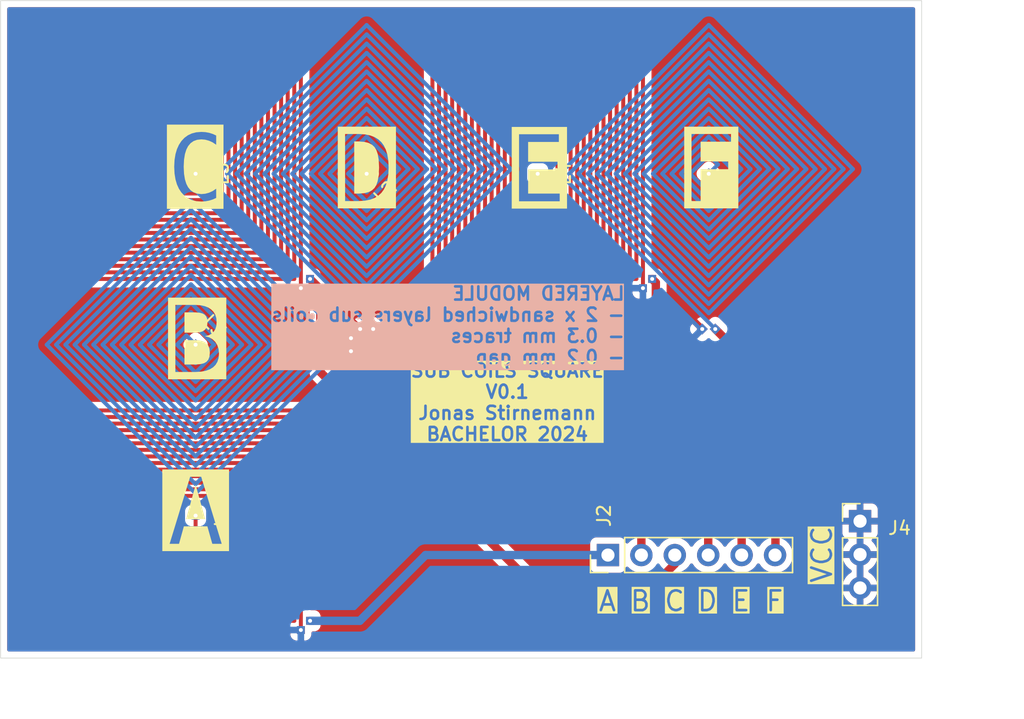
<source format=kicad_pcb>
(kicad_pcb (version 20240108) (generator "pcbnew") (generator_version "8.0")
  (layers (0 "F.Cu" signal) (1 "In1.Cu" signal) (2 "In2.Cu" signal) (31 "B.Cu" signal) (34 "B.Paste" user) (35 "F.Paste" user) (36 "B.SilkS" user "B.Silkscreen") (37 "F.SilkS" user "F.Silkscreen") (38 "B.Mask" user) (39 "F.Mask" user) (44 "Edge.Cuts" user))
  (net 0 "")
  (net 1 "/C")
  (net 2 "/E")
  (net 3 "/A")
  (net 4 "/B")
  (net 5 "/F")
  (net 6 "/D")
  (net 7 "VCC")
  (footprint "sub_coils:sub_coil" (layer "F.Cu") (at 86.285025 60.471317 -45)
    (property "Reference" "L3" (at 0 -2.000001 135) (layer "F.SilkS"))
    (property "Value" "sub_coil")
    (fp_line (start -8 8) (end -8 -7.5) (stroke (width 0.3)) (layer "B.Cu"))
    (fp_line (start -7.5 7.5) (end -7.499999 -7) (stroke (width 0.3)) (layer "B.Cu"))
    (fp_line (start -7 7) (end -7 -6.500001) (stroke (width 0.3)) (layer "B.Cu"))
    (fp_line (start -6.5 6.5) (end -6.5 -6) (stroke (width 0.3)) (layer "B.Cu"))
    (fp_line (start -6 6) (end -6 -5.5) (stroke (width 0.3)) (layer "B.Cu"))
    (fp_line (start -5.5 5.5) (end -5.5 -5) (stroke (width 0.3)) (layer "B.Cu"))
    (fp_line (start -5 5) (end -4.999999 -4.5) (stroke (width 0.3)) (layer "B.Cu"))
    (fp_line (start -4.5 4.5) (end -4.5 -4.000001) (stroke (width 0.3)) (layer "B.Cu"))
    (fp_line (start -4 4) (end -4 -3.5) (stroke (width 0.3)) (layer "B.Cu"))
    (fp_line (start -3.5 3.5) (end -3.5 -3) (stroke (width 0.3)) (layer "B.Cu"))
    (fp_line (start -3 3) (end -3 -2.5) (stroke (width 0.3)) (layer "B.Cu"))
    (fp_line (start -2.5 2.5) (end -2.5 -2.000001) (stroke (width 0.3)) (layer "B.Cu"))
    (fp_line (start -2 2) (end -2 -1.5) (stroke (width 0.3)) (layer "B.Cu"))
    (fp_line (start -1.5 1.5) (end -1.5 -1) (stroke (width 0.3)) (layer "B.Cu"))
    (fp_line (start -1 1) (end -1 0) (stroke (width 0.3)) (layer "B.Cu"))
    (fp_line (start -1 0) (end 0 0) (stroke (width 0.3)) (layer "B.Cu"))
    (fp_line (start -8 -7.5) (end 7.5 -7.5) (stroke (width 0.3)) (layer "B.Cu"))
    (fp_line (start -7.499999 -7) (end 7 -7) (stroke (width 0.3)) (layer "B.Cu"))
    (fp_line (start -7 -6.500001) (end 6.5 -6.5) (stroke (width 0.3)) (layer "B.Cu"))
    (fp_line (start -6.5 -6) (end 6 -6) (stroke (width 0.3)) (layer "B.Cu"))
    (fp_line (start -6 -5.5) (end 5.5 -5.5) (stroke (width 0.3)) (layer "B.Cu"))
    (fp_line (start -5.5 -5) (end 5 -5) (stroke (width 0.3)) (layer "B.Cu"))
    (fp_line (start -4.999999 -4.5) (end 4.5 -4.5) (stroke (width 0.3)) (layer "B.Cu"))
    (fp_line (start -4.5 -4.000001) (end 4 -4) (stroke (width 0.3)) (layer "B.Cu"))
    (fp_line (start -4 -3.5) (end 3.5 -3.5) (stroke (width 0.3)) (layer "B.Cu"))
    (fp_line (start -3.5 -3) (end 3 -3) (stroke (width 0.3)) (layer "B.Cu"))
    (fp_line (start -3 -2.5) (end 2.5 -2.5) (stroke (width 0.3)) (layer "B.Cu"))
    (fp_line (start -2.5 -2.000001) (end 2 -2) (stroke (width 0.3)) (layer "B.Cu"))
    (fp_line (start -2 -1.5) (end 1.5 -1.5) (stroke (width 0.3)) (layer "B.Cu"))
    (fp_line (start -1.5 -1) (end 1 -1) (stroke (width 0.3)) (layer "B.Cu"))
    (fp_line (start 1 1) (end -1 1) (stroke (width 0.3)) (layer "B.Cu"))
    (fp_line (start 1.5 1.5) (end -1.5 1.5) (stroke (width 0.3)) (layer "B.Cu"))
    (fp_line (start 2 2) (end -2 2) (stroke (width 0.3)) (layer "B.Cu"))
    (fp_line (start 2.5 2.5) (end -2.5 2.5) (stroke (width 0.3)) (layer "B.Cu"))
    (fp_line (start 3 3) (end -3 3) (stroke (width 0.3)) (layer "B.Cu"))
    (fp_line (start 3.5 3.5) (end -3.5 3.5) (stroke (width 0.3)) (layer "B.Cu"))
    (fp_line (start 4 4) (end -4 4) (stroke (width 0.3)) (layer "B.Cu"))
    (fp_line (start 4.5 4.5) (end -4.5 4.5) (stroke (width 0.3)) (layer "B.Cu"))
    (fp_line (start 5 5) (end -5 5) (stroke (width 0.3)) (layer "B.Cu"))
    (fp_line (start 5.5 5.5) (end -5.5 5.5) (stroke (width 0.3)) (layer "B.Cu"))
    (fp_line (start 6 6) (end -6 6) (stroke (width 0.3)) (layer "B.Cu"))
    (fp_line (start 6.5 6.5) (end -6.5 6.5) (stroke (width 0.3)) (layer "B.Cu"))
    (fp_line (start 7 7) (end -7 7) (stroke (width 0.3)) (layer "B.Cu"))
    (fp_line (start 7.5 7.5) (end -7.5 7.5) (stroke (width 0.3)) (layer "B.Cu"))
    (fp_line (start 8 8) (end -8 8) (stroke (width 0.3)) (layer "B.Cu"))
    (fp_line (start 1 -1) (end 1 1) (stroke (width 0.3)) (layer "B.Cu"))
    (fp_line (start 1.5 -1.5) (end 1.5 1.5) (stroke (width 0.3)) (layer "B.Cu"))
    (fp_line (start 2 -2) (end 2 2) (stroke (width 0.3)) (layer "B.Cu"))
    (fp_line (start 2.5 -2.5) (end 2.5 2.5) (stroke (width 0.3)) (layer "B.Cu"))
    (fp_line (start 3 -3) (end 3 3) (stroke (width 0.3)) (layer "B.Cu"))
    (fp_line (start 3.5 -3.5) (end 3.5 3.5) (stroke (width 0.3)) (layer "B.Cu"))
    (fp_line (start 4 -4) (end 4 4) (stroke (width 0.3)) (layer "B.Cu"))
    (fp_line (start 4.5 -4.5) (end 4.5 4.5) (stroke (width 0.3)) (layer "B.Cu"))
    (fp_line (start 5 -5) (end 5 5) (stroke (width 0.3)) (layer "B.Cu"))
    (fp_line (start 5.5 -5.5) (end 5.5 5.5) (stroke (width 0.3)) (layer "B.Cu"))
    (fp_line (start 6 -6) (end 6 6) (stroke (width 0.3)) (layer "B.Cu"))
    (fp_line (start 6.5 -6.5) (end 6.5 6.5) (stroke (width 0.3)) (layer "B.Cu"))
    (fp_line (start 7 -7) (end 7 7) (stroke (width 0.3)) (layer "B.Cu"))
    (fp_line (start 7.5 -7.5) (end 7.5 7.5) (stroke (width 0.3)) (layer "B.Cu"))
    (fp_line (start 8 -8.7) (end 8 8) (stroke (width 0.3)) (layer "B.Cu"))
    (pad "" thru_hole rect (at 0 0 315) (size 0.6 0.6) (drill 0.3) (layers "*.Cu" "*.Mask"))
    (pad "1" thru_hole rect (at 8.7 -8 315) (size 0.6 0.6) (drill 0.3) (layers "*.Cu" "*.Mask") (net 7 "VCC"))
    (pad "2" thru_hole rect (at 8 -8.7 315) (size 0.6 0.6) (drill 0.3) (layers "*.Cu" "*.Mask") (net 4 "/B"))
  )
  (footprint "Connector_PinHeader_2.54mm:PinHeader_1x06_P2.54mm_Vertical" (layer "F.Cu") (at 117.625025 76.471317 90)
    (property "Reference" "J2" (at 3 -0.3 90) (layer "F.SilkS"))
    (property "Value" "Conn_01x06_Pin")
    (fp_line (start -1.33 -1.33) (end 0 -1.33) (stroke (width 0.12)) (layer "F.SilkS"))
    (fp_line (start -1.33 0) (end -1.33 -1.33) (stroke (width 0.12)) (layer "F.SilkS"))
    (fp_line (start 1.33 1.27) (end 1.33 14.03) (stroke (width 0.12)) (layer "F.SilkS"))
    (fp_line (start -1.33 1.27) (end 1.33 1.27) (stroke (width 0.12)) (layer "F.SilkS"))
    (fp_line (start -1.33 1.27) (end -1.33 14.03) (stroke (width 0.12)) (layer "F.SilkS"))
    (fp_line (start -1.33 14.03) (end 1.33 14.03) (stroke (width 0.12)) (layer "F.SilkS"))
    (pad "1" thru_hole rect (at 0 0 90) (size 1.7 1.7) (drill 1) (layers "*.Cu" "*.Mask") (net 3 "/A"))
    (pad "2" thru_hole oval (at 0 2.54 90) (size 1.7 1.7) (drill 1) (layers "*.Cu" "*.Mask") (net 4 "/B"))
    (pad "3" thru_hole oval (at 0 5.08 90) (size 1.7 1.7) (drill 1) (layers "*.Cu" "*.Mask") (net 1 "/C"))
    (pad "4" thru_hole oval (at 0 7.62 90) (size 1.7 1.7) (drill 1) (layers "*.Cu" "*.Mask") (net 6 "/D"))
    (pad "5" thru_hole oval (at 0 10.16 90) (size 1.7 1.7) (drill 1) (layers "*.Cu" "*.Mask") (net 2 "/E"))
    (pad "6" thru_hole oval (at 0 12.7 90) (size 1.7 1.7) (drill 1) (layers "*.Cu" "*.Mask") (net 5 "/F"))
  )
  (footprint "sub_coils:sub_coil" (layer "F.Cu") (at 125.285025 47.471317 -135)
    (property "Reference" "L6" (at 0 -2.000001 45) (layer "F.SilkS"))
    (property "Value" "sub_coil")
    (fp_line (start 8 8) (end -8 8) (stroke (width 0.3)) (layer "B.Cu"))
    (fp_line (start 7.5 7.5) (end -7.5 7.5) (stroke (width 0.3)) (layer "B.Cu"))
    (fp_line (start 7 7) (end -7 7) (stroke (width 0.3)) (layer "B.Cu"))
    (fp_line (start 6.5 6.5) (end -6.5 6.5) (stroke (width 0.3)) (layer "B.Cu"))
    (fp_line (start 6 6) (end -6 6) (stroke (width 0.3)) (layer "B.Cu"))
    (fp_line (start 5.5 5.5) (end -5.5 5.5) (stroke (width 0.3)) (layer "B.Cu"))
    (fp_line (start 5 5) (end -5 5) (stroke (width 0.3)) (layer "B.Cu"))
    (fp_line (start 4.5 4.5) (end -4.5 4.5) (stroke (width 0.3)) (layer "B.Cu"))
    (fp_line (start 4 4) (end -4 4) (stroke (width 0.3)) (layer "B.Cu"))
    (fp_line (start 3.5 3.5) (end -3.5 3.5) (stroke (width 0.3)) (layer "B.Cu"))
    (fp_line (start 3 3) (end -3 3) (stroke (width 0.3)) (layer "B.Cu"))
    (fp_line (start 2.5 2.5) (end -2.5 2.5) (stroke (width 0.3)) (layer "B.Cu"))
    (fp_line (start 2 2) (end -2 2) (stroke (width 0.3)) (layer "B.Cu"))
    (fp_line (start 1.5 1.5) (end -1.5 1.5) (stroke (width 0.3)) (layer "B.Cu"))
    (fp_line (start 1 1) (end -1 1) (stroke (width 0.3)) (layer "B.Cu"))
    (fp_line (start -8 8) (end -8 -7.5) (stroke (width 0.3)) (layer "B.Cu"))
    (fp_line (start -7.5 7.5) (end -7.499999 -7) (stroke (width 0.3)) (layer "B.Cu"))
    (fp_line (start -7 7) (end -7 -6.500001) (stroke (width 0.3)) (layer "B.Cu"))
    (fp_line (start -6.5 6.5) (end -6.5 -6) (stroke (width 0.3)) (layer "B.Cu"))
    (fp_line (start -6 6) (end -6 -5.5) (stroke (width 0.3)) (layer "B.Cu"))
    (fp_line (start -5.5 5.5) (end -5.5 -5) (stroke (width 0.3)) (layer "B.Cu"))
    (fp_line (start -5 5) (end -4.999999 -4.5) (stroke (width 0.3)) (layer "B.Cu"))
    (fp_line (start -4.5 4.5) (end -4.5 -4.000001) (stroke (width 0.3)) (layer "B.Cu"))
    (fp_line (start -4 4) (end -4 -3.5) (stroke (width 0.3)) (layer "B.Cu"))
    (fp_line (start -3.5 3.5) (end -3.5 -3) (stroke (width 0.3)) (layer "B.Cu"))
    (fp_line (start -3 3) (end -3 -2.5) (stroke (width 0.3)) (layer "B.Cu"))
    (fp_line (start -2.5 2.5) (end -2.5 -2.000001) (stroke (width 0.3)) (layer "B.Cu"))
    (fp_line (start -2 2) (end -2 -1.5) (stroke (width 0.3)) (layer "B.Cu"))
    (fp_line (start -1.5 1.5) (end -1.5 -1) (stroke (width 0.3)) (layer "B.Cu"))
    (fp_line (start -1 1) (end -1 0) (stroke (width 0.3)) (layer "B.Cu"))
    (fp_line (start 1 -1) (end 1 1) (stroke (width 0.3)) (layer "B.Cu"))
    (fp_line (start 1.5 -1.5) (end 1.5 1.5) (stroke (width 0.3)) (layer "B.Cu"))
    (fp_line (start 2 -2) (end 2 2) (stroke (width 0.3)) (layer "B.Cu"))
    (fp_line (start 2.5 -2.5) (end 2.5 2.5) (stroke (width 0.3)) (layer "B.Cu"))
    (fp_line (start 3 -3) (end 3 3) (stroke (width 0.3)) (layer "B.Cu"))
    (fp_line (start 3.5 -3.5) (end 3.5 3.5) (stroke (width 0.3)) (layer "B.Cu"))
    (fp_line (start 4 -4) (end 4 4) (stroke (width 0.3)) (layer "B.Cu"))
    (fp_line (start 4.5 -4.5) (end 4.5 4.5) (stroke (width 0.3)) (layer "B.Cu"))
    (fp_line (start 5 -5) (end 5 5) (stroke (width 0.3)) (layer "B.Cu"))
    (fp_line (start 5.5 -5.5) (end 5.5 5.5) (stroke (width 0.3)) (layer "B.Cu"))
    (fp_line (start 6 -6) (end 6 6) (stroke (width 0.3)) (layer "B.Cu"))
    (fp_line (start 6.5 -6.5) (end 6.5 6.5) (stroke (width 0.3)) (layer "B.Cu"))
    (fp_line (start 7 -7) (end 7 7) (stroke (width 0.3)) (layer "B.Cu"))
    (fp_line (start 7.5 -7.5) (end 7.5 7.5) (stroke (width 0.3)) (layer "B.Cu"))
    (fp_line (start 8 -8.7) (end 8 8) (stroke (width 0.3)) (layer "B.Cu"))
    (fp_line (start -1 0) (end 0 0) (stroke (width 0.3)) (layer "B.Cu"))
    (fp_line (start -1.5 -1) (end 1 -1) (stroke (width 0.3)) (layer "B.Cu"))
    (fp_line (start -2 -1.5) (end 1.5 -1.5) (stroke (width 0.3)) (layer "B.Cu"))
    (fp_line (start -2.5 -2.000001) (end 2 -2) (stroke (width 0.3)) (layer "B.Cu"))
    (fp_line (start -3 -2.5) (end 2.5 -2.5) (stroke (width 0.3)) (layer "B.Cu"))
    (fp_line (start -3.5 -3) (end 3 -3) (stroke (width 0.3)) (layer "B.Cu"))
    (fp_line (start -4 -3.5) (end 3.5 -3.5) (stroke (width 0.3)) (layer "B.Cu"))
    (fp_line (start -4.5 -4.000001) (end 4 -4) (stroke (width 0.3)) (layer "B.Cu"))
    (fp_line (start -4.999999 -4.5) (end 4.5 -4.5) (stroke (width 0.3)) (layer "B.Cu"))
    (fp_line (start -5.5 -5) (end 5 -5) (stroke (width 0.3)) (layer "B.Cu"))
    (fp_line (start -6 -5.5) (end 5.5 -5.5) (stroke (width 0.3)) (layer "B.Cu"))
    (fp_line (start -6.5 -6) (end 6 -6) (stroke (width 0.3)) (layer "B.Cu"))
    (fp_line (start -7 -6.500001) (end 6.5 -6.5) (stroke (width 0.3)) (layer "B.Cu"))
    (fp_line (start -7.499999 -7) (end 7 -7) (stroke (width 0.3)) (layer "B.Cu"))
    (fp_line (start -8 -7.5) (end 7.5 -7.5) (stroke (width 0.3)) (layer "B.Cu"))
    (pad "" thru_hole rect (at 0 0 225) (size 0.6 0.6) (drill 0.3) (layers "*.Cu" "*.Mask"))
    (pad "1" thru_hole rect (at 8.7 -8 225) (size 0.6 0.6) (drill 0.3) (layers "*.Cu" "*.Mask") (net 7 "VCC"))
    (pad "2" thru_hole rect (at 8 -8.7 225) (size 0.6 0.6) (drill 0.3) (layers "*.Cu" "*.Mask") (net 5 "/F"))
  )
  (footprint "sub_coils:top_coil" (layer "F.Cu") (at 86.285025 73.471317 -90)
    (property "Reference" "L1" (at 0 -2 90) (layer "F.SilkS"))
    (property "Value" "top_coil")
    (fp_line (start -8 8) (end 8 8) (stroke (width 0.3)) (layer "F.Cu"))
    (fp_line (start 8 8) (end 8 -7.5) (stroke (width 0.3)) (layer "F.Cu"))
    (fp_line (start -7.5 7.5) (end 7.5 7.5) (stroke (width 0.3)) (layer "F.Cu"))
    (fp_line (start 7.5 7.5) (end 7.5 -7) (stroke (width 0.3)) (layer "F.Cu"))
    (fp_line (start -7 7) (end 7 7) (stroke (width 0.3)) (layer "F.Cu"))
    (fp_line (start 7 7) (end 7 -6.5) (stroke (width 0.3)) (layer "F.Cu"))
    (fp_line (start -6.5 6.5) (end 6.5 6.5) (stroke (width 0.3)) (layer "F.Cu"))
    (fp_line (start 6.5 6.5) (end 6.5 -6) (stroke (width 0.3)) (layer "F.Cu"))
    (fp_line (start -6 6) (end 6 6) (stroke (width 0.3)) (layer "F.Cu"))
    (fp_line (start 6 6) (end 6 -5.5) (stroke (width 0.3)) (layer "F.Cu"))
    (fp_line (start -5.5 5.5) (end 5.5 5.5) (stroke (width 0.3)) (layer "F.Cu"))
    (fp_line (start 5.5 5.5) (end 5.5 -5) (stroke (width 0.3)) (layer "F.Cu"))
    (fp_line (start -5 5) (end 5 5) (stroke (width 0.3)) (layer "F.Cu"))
    (fp_line (start 5 5) (end 5 -4.5) (stroke (width 0.3)) (layer "F.Cu"))
    (fp_line (start -4.5 4.5) (end 4.5 4.5) (stroke (width 0.3)) (layer "F.Cu"))
    (fp_line (start 4.5 4.5) (end 4.5 -4) (stroke (width 0.3)) (layer "F.Cu"))
    (fp_line (start -4 4) (end 4 4) (stroke (width 0.3)) (layer "F.Cu"))
    (fp_line (start 4 4) (end 4 -3.5) (stroke (width 0.3)) (layer "F.Cu"))
    (fp_line (start -3.5 3.5) (end 3.5 3.5) (stroke (width 0.3)) (layer "F.Cu"))
    (fp_line (start 3.5 3.5) (end 3.5 -3) (stroke (width 0.3)) (layer "F.Cu"))
    (fp_line (start -3 3) (end 3 3) (stroke (width 0.3)) (layer "F.Cu"))
    (fp_line (start 3 3) (end 3 -2.5) (stroke (width 0.3)) (layer "F.Cu"))
    (fp_line (start -2.5 2.5) (end 2.5 2.5) (stroke (width 0.3)) (layer "F.Cu"))
    (fp_line (start 2.5 2.5) (end 2.5 -2) (stroke (width 0.3)) (layer "F.Cu"))
    (fp_line (start -2 2) (end 2 2) (stroke (width 0.3)) (layer "F.Cu"))
    (fp_line (start 2 2) (end 2 -1.5) (stroke (width 0.3)) (layer "F.Cu"))
    (fp_line (start -1.5 1.5) (end 1.5 1.5) (stroke (width 0.3)) (layer "F.Cu"))
    (fp_line (start 1.5 1.5) (end 1.5 -1) (stroke (width 0.3)) (layer "F.Cu"))
    (fp_line (start -1 1) (end 1 1) (stroke (width 0.3)) (layer "F.Cu"))
    (fp_line (start 1 1) (end 1 0) (stroke (width 0.3)) (layer "F.Cu"))
    (fp_line (start 1 0) (end 0 0) (stroke (width 0.3)) (layer "F.Cu"))
    (fp_line (start -1 -1) (end -1 1) (stroke (width 0.3)) (layer "F.Cu"))
    (fp_line (start 1.5 -1) (end -1 -1) (stroke (width 0.3)) (layer "F.Cu"))
    (fp_line (start -1.5 -1.5) (end -1.5 1.5) (stroke (width 0.3)) (layer "F.Cu"))
    (fp_line (start 2 -1.5) (end -1.5 -1.5) (stroke (width 0.3)) (layer "F.Cu"))
    (fp_line (start -2 -2) (end -2 2) (stroke (width 0.3)) (layer "F.Cu"))
    (fp_line (start 2.5 -2) (end -2 -2) (stroke (width 0.3)) (layer "F.Cu"))
    (fp_line (start -2.5 -2.5) (end -2.5 2.5) (stroke (width 0.3)) (layer "F.Cu"))
    (fp_line (start 3 -2.5) (end -2.5 -2.5) (stroke (width 0.3)) (layer "F.Cu"))
    (fp_line (start -3 -3) (end -3 3) (stroke (width 0.3)) (layer "F.Cu"))
    (fp_line (start 3.5 -3) (end -3 -3) (stroke (width 0.3)) (layer "F.Cu"))
    (fp_line (start -3.5 -3.5) (end -3.5 3.5) (stroke (width 0.3)) (layer "F.Cu"))
    (fp_line (start 4 -3.5) (end -3.5 -3.5) (stroke (width 0.3)) (layer "F.Cu"))
    (fp_line (start -4 -4) (end -4 4) (stroke (width 0.3)) (layer "F.Cu"))
    (fp_line (start 4.5 -4) (end -4 -4) (stroke (width 0.3)) (layer "F.Cu"))
    (fp_line (start -4.5 -4.5) (end -4.5 4.5) (stroke (width 0.3)) (layer "F.Cu"))
    (fp_line (start 5 -4.5) (end -4.5 -4.5) (stroke (width 0.3)) (layer "F.Cu"))
    (fp_line (start -5 -5) (end -5 5) (stroke (width 0.3)) (layer "F.Cu"))
    (fp_line (start 5.5 -5) (end -5 -5) (stroke (width 0.3)) (layer "F.Cu"))
    (fp_line (start -5.5 -5.5) (end -5.5 5.5) (stroke (width 0.3)) (layer "F.Cu"))
    (fp_line (start 6 -5.5) (end -5.5 -5.5) (stroke (width 0.3)) (layer "F.Cu"))
    (fp_line (start -6 -6) (end -6 6) (stroke (width 0.3)) (layer "F.Cu"))
    (fp_line (start 6.5 -6) (end -6 -6) (stroke (width 0.3)) (layer "F.Cu"))
    (fp_line (start -6.5 -6.5) (end -6.5 6.5) (stroke (width 0.3)) (layer "F.Cu"))
    (fp_line (start 7 -6.5) (end -6.5 -6.5) (stroke (width 0.3)) (layer "F.Cu"))
    (fp_line (start -7 -7) (end -7 7) (stroke (width 0.3)) (layer "F.Cu"))
    (fp_line (start 7.5 -7) (end -7 -7) (stroke (width 0.3)) (layer "F.Cu"))
    (fp_line (start -7.5 -7.5) (end -7.5 7.5) (stroke (width 0.3)) (layer "F.Cu"))
    (fp_line (start 8 -7.5) (end -7.5 -7.5) (stroke (width 0.3)) (layer "F.Cu"))
    (fp_line (start -8 -8) (end -8 8) (stroke (width 0.3)) (layer "F.Cu"))
    (fp_line (start 8.7 -8) (end -8 -8) (stroke (width 0.3)) (layer "F.Cu"))
    (pad "" thru_hole rect (at 0 0 270) (size 0.6 0.6) (drill 0.3) (layers "*.Cu" "*.Mask"))
    (pad "1" thru_hole rect (at 8.7 -8 270) (size 0.6 0.6) (drill 0.3) (layers "*.Cu" "*.Mask") (net 7 "VCC"))
    (pad "2" thru_hole rect (at 8 -8.7 270) (size 0.6 0.6) (drill 0.3) (layers "*.Cu" "*.Mask") (net 3 "/A"))
  )
  (footprint "sub_coils:top_coil" (layer "F.Cu") (at 86.285025 47.471317 -90)
    (property "Reference" "L5" (at 0 -2 90) (layer "F.SilkS"))
    (property "Value" "top_coil")
    (fp_line (start -8 8) (end 8 8) (stroke (width 0.3)) (layer "F.Cu"))
    (fp_line (start 8 8) (end 8 -7.5) (stroke (width 0.3)) (layer "F.Cu"))
    (fp_line (start -7.5 7.5) (end 7.5 7.5) (stroke (width 0.3)) (layer "F.Cu"))
    (fp_line (start 7.5 7.5) (end 7.5 -7) (stroke (width 0.3)) (layer "F.Cu"))
    (fp_line (start -7 7) (end 7 7) (stroke (width 0.3)) (layer "F.Cu"))
    (fp_line (start 7 7) (end 7 -6.5) (stroke (width 0.3)) (layer "F.Cu"))
    (fp_line (start -6.5 6.5) (end 6.5 6.5) (stroke (width 0.3)) (layer "F.Cu"))
    (fp_line (start 6.5 6.5) (end 6.5 -6) (stroke (width 0.3)) (layer "F.Cu"))
    (fp_line (start -6 6) (end 6 6) (stroke (width 0.3)) (layer "F.Cu"))
    (fp_line (start 6 6) (end 6 -5.5) (stroke (width 0.3)) (layer "F.Cu"))
    (fp_line (start -5.5 5.5) (end 5.5 5.5) (stroke (width 0.3)) (layer "F.Cu"))
    (fp_line (start 5.5 5.5) (end 5.5 -5) (stroke (width 0.3)) (layer "F.Cu"))
    (fp_line (start -5 5) (end 5 5) (stroke (width 0.3)) (layer "F.Cu"))
    (fp_line (start 5 5) (end 5 -4.5) (stroke (width 0.3)) (layer "F.Cu"))
    (fp_line (start -4.5 4.5) (end 4.5 4.5) (stroke (width 0.3)) (layer "F.Cu"))
    (fp_line (start 4.5 4.5) (end 4.5 -4) (stroke (width 0.3)) (layer "F.Cu"))
    (fp_line (start -4 4) (end 4 4) (stroke (width 0.3)) (layer "F.Cu"))
    (fp_line (start 4 4) (end 4 -3.5) (stroke (width 0.3)) (layer "F.Cu"))
    (fp_line (start -3.5 3.5) (end 3.5 3.5) (stroke (width 0.3)) (layer "F.Cu"))
    (fp_line (start 3.5 3.5) (end 3.5 -3) (stroke (width 0.3)) (layer "F.Cu"))
    (fp_line (start -3 3) (end 3 3) (stroke (width 0.3)) (layer "F.Cu"))
    (fp_line (start 3 3) (end 3 -2.5) (stroke (width 0.3)) (layer "F.Cu"))
    (fp_line (start -2.5 2.5) (end 2.5 2.5) (stroke (width 0.3)) (layer "F.Cu"))
    (fp_line (start 2.5 2.5) (end 2.5 -2) (stroke (width 0.3)) (layer "F.Cu"))
    (fp_line (start -2 2) (end 2 2) (stroke (width 0.3)) (layer "F.Cu"))
    (fp_line (start 2 2) (end 2 -1.5) (stroke (width 0.3)) (layer "F.Cu"))
    (fp_line (start -1.5 1.5) (end 1.5 1.5) (stroke (width 0.3)) (layer "F.Cu"))
    (fp_line (start 1.5 1.5) (end 1.5 -1) (stroke (width 0.3)) (layer "F.Cu"))
    (fp_line (start -1 1) (end 1 1) (stroke (width 0.3)) (layer "F.Cu"))
    (fp_line (start 1 1) (end 1 0) (stroke (width 0.3)) (layer "F.Cu"))
    (fp_line (start 1 0) (end 0 0) (stroke (width 0.3)) (layer "F.Cu"))
    (fp_line (start -1 -1) (end -1 1) (stroke (width 0.3)) (layer "F.Cu"))
    (fp_line (start 1.5 -1) (end -1 -1) (stroke (width 0.3)) (layer "F.Cu"))
    (fp_line (start -1.5 -1.5) (end -1.5 1.5) (stroke (width 0.3)) (layer "F.Cu"))
    (fp_line (start 2 -1.5) (end -1.5 -1.5) (stroke (width 0.3)) (layer "F.Cu"))
    (fp_line (start -2 -2) (end -2 2) (stroke (width 0.3)) (layer "F.Cu"))
    (fp_line (start 2.5 -2) (end -2 -2) (stroke (width 0.3)) (layer "F.Cu"))
    (fp_line (start -2.5 -2.5) (end -2.5 2.5) (stroke (width 0.3)) (layer "F.Cu"))
    (fp_line (start 3 -2.5) (end -2.5 -2.5) (stroke (width 0.3)) (layer "F.Cu"))
    (fp_line (start -3 -3) (end -3 3) (stroke (width 0.3)) (layer "F.Cu"))
    (fp_line (start 3.5 -3) (end -3 -3) (stroke (width 0.3)) (layer "F.Cu"))
    (fp_line (start -3.5 -3.5) (end -3.5 3.5) (stroke (width 0.3)) (layer "F.Cu"))
    (fp_line (start 4 -3.5) (end -3.5 -3.5) (stroke (width 0.3)) (layer "F.Cu"))
    (fp_line (start -4 -4) (end -4 4) (stroke (width 0.3)) (layer "F.Cu"))
    (fp_line (start 4.5 -4) (end -4 -4) (stroke (width 0.3)) (layer "F.Cu"))
    (fp_line (start -4.5 -4.5) (end -4.5 4.5) (stroke (width 0.3)) (layer "F.Cu"))
    (fp_line (start 5 -4.5) (end -4.5 -4.5) (stroke (width 0.3)) (layer "F.Cu"))
    (fp_line (start -5 -5) (end -5 5) (stroke (width 0.3)) (layer "F.Cu"))
    (fp_line (start 5.5 -5) (end -5 -5) (stroke (width 0.3)) (layer "F.Cu"))
    (fp_line (start -5.5 -5.5) (end -5.5 5.5) (stroke (width 0.3)) (layer "F.Cu"))
    (fp_line (start 6 -5.5) (end -5.5 -5.5) (stroke (width 0.3)) (layer "F.Cu"))
    (fp_line (start -6 -6) (end -6 6) (stroke (width 0.3)) (layer "F.Cu"))
    (fp_line (start 6.5 -6) (end -6 -6) (stroke (width 0.3)) (layer "F.Cu"))
    (fp_line (start -6.5 -6.5) (end -6.5 6.5) (stroke (width 0.3)) (layer "F.Cu"))
    (fp_line (start 7 -6.5) (end -6.5 -6.5) (stroke (width 0.3)) (layer "F.Cu"))
    (fp_line (start -7 -7) (end -7 7) (stroke (width 0.3)) (layer "F.Cu"))
    (fp_line (start 7.5 -7) (end -7 -7) (stroke (width 0.3)) (layer "F.Cu"))
    (fp_line (start -7.5 -7.5) (end -7.5 7.5) (stroke (width 0.3)) (layer "F.Cu"))
    (fp_line (start 8 -7.5) (end -7.5 -7.5) (stroke (width 0.3)) (layer "F.Cu"))
    (fp_line (start -8 -8) (end -8 8) (stroke (width 0.3)) (layer "F.Cu"))
    (fp_line (start 8.7 -8) (end -8 -8) (stroke (width 0.3)) (layer "F.Cu"))
    (pad "" thru_hole rect (at 0 0 270) (size 0.6 0.6) (drill 0.3) (layers "*.Cu" "*.Mask"))
    (pad "1" thru_hole rect (at 8.7 -8 270) (size 0.6 0.6) (drill 0.3) (layers "*.Cu" "*.Mask") (net 7 "VCC"))
    (pad "2" thru_hole rect (at 8 -8.7 270) (size 0.6 0.6) (drill 0.3) (layers "*.Cu" "*.Mask") (net 1 "/C"))
  )
  (footprint "sub_coils:top_coil" (layer "F.Cu") (at 112.285025 47.471317 -90)
    (property "Reference" "L4" (at 0 -2 90) (layer "F.SilkS"))
    (property "Value" "top_coil")
    (fp_line (start -8 8) (end 8 8) (stroke (width 0.3)) (layer "F.Cu"))
    (fp_line (start 8 8) (end 8 -7.5) (stroke (width 0.3)) (layer "F.Cu"))
    (fp_line (start -7.5 7.5) (end 7.5 7.5) (stroke (width 0.3)) (layer "F.Cu"))
    (fp_line (start 7.5 7.5) (end 7.5 -7) (stroke (width 0.3)) (layer "F.Cu"))
    (fp_line (start -7 7) (end 7 7) (stroke (width 0.3)) (layer "F.Cu"))
    (fp_line (start 7 7) (end 7 -6.5) (stroke (width 0.3)) (layer "F.Cu"))
    (fp_line (start -6.5 6.5) (end 6.5 6.5) (stroke (width 0.3)) (layer "F.Cu"))
    (fp_line (start 6.5 6.5) (end 6.5 -6) (stroke (width 0.3)) (layer "F.Cu"))
    (fp_line (start -6 6) (end 6 6) (stroke (width 0.3)) (layer "F.Cu"))
    (fp_line (start 6 6) (end 6 -5.5) (stroke (width 0.3)) (layer "F.Cu"))
    (fp_line (start -5.5 5.5) (end 5.5 5.5) (stroke (width 0.3)) (layer "F.Cu"))
    (fp_line (start 5.5 5.5) (end 5.5 -5) (stroke (width 0.3)) (layer "F.Cu"))
    (fp_line (start -5 5) (end 5 5) (stroke (width 0.3)) (layer "F.Cu"))
    (fp_line (start 5 5) (end 5 -4.5) (stroke (width 0.3)) (layer "F.Cu"))
    (fp_line (start -4.5 4.5) (end 4.5 4.5) (stroke (width 0.3)) (layer "F.Cu"))
    (fp_line (start 4.5 4.5) (end 4.5 -4) (stroke (width 0.3)) (layer "F.Cu"))
    (fp_line (start -4 4) (end 4 4) (stroke (width 0.3)) (layer "F.Cu"))
    (fp_line (start 4 4) (end 4 -3.5) (stroke (width 0.3)) (layer "F.Cu"))
    (fp_line (start -3.5 3.5) (end 3.5 3.5) (stroke (width 0.3)) (layer "F.Cu"))
    (fp_line (start 3.5 3.5) (end 3.5 -3) (stroke (width 0.3)) (layer "F.Cu"))
    (fp_line (start -3 3) (end 3 3) (stroke (width 0.3)) (layer "F.Cu"))
    (fp_line (start 3 3) (end 3 -2.5) (stroke (width 0.3)) (layer "F.Cu"))
    (fp_line (start -2.5 2.5) (end 2.5 2.5) (stroke (width 0.3)) (layer "F.Cu"))
    (fp_line (start 2.5 2.5) (end 2.5 -2) (stroke (width 0.3)) (layer "F.Cu"))
    (fp_line (start -2 2) (end 2 2) (stroke (width 0.3)) (layer "F.Cu"))
    (fp_line (start 2 2) (end 2 -1.5) (stroke (width 0.3)) (layer "F.Cu"))
    (fp_line (start -1.5 1.5) (end 1.5 1.5) (stroke (width 0.3)) (layer "F.Cu"))
    (fp_line (start 1.5 1.5) (end 1.5 -1) (stroke (width 0.3)) (layer "F.Cu"))
    (fp_line (start -1 1) (end 1 1) (stroke (width 0.3)) (layer "F.Cu"))
    (fp_line (start 1 1) (end 1 0) (stroke (width 0.3)) (layer "F.Cu"))
    (fp_line (start 1 0) (end 0 0) (stroke (width 0.3)) (layer "F.Cu"))
    (fp_line (start -1 -1) (end -1 1) (stroke (width 0.3)) (layer "F.Cu"))
    (fp_line (start 1.5 -1) (end -1 -1) (stroke (width 0.3)) (layer "F.Cu"))
    (fp_line (start -1.5 -1.5) (end -1.5 1.5) (stroke (width 0.3)) (layer "F.Cu"))
    (fp_line (start 2 -1.5) (end -1.5 -1.5) (stroke (width 0.3)) (layer "F.Cu"))
    (fp_line (start -2 -2) (end -2 2) (stroke (width 0.3)) (layer "F.Cu"))
    (fp_line (start 2.5 -2) (end -2 -2) (stroke (width 0.3)) (layer "F.Cu"))
    (fp_line (start -2.5 -2.5) (end -2.5 2.5) (stroke (width 0.3)) (layer "F.Cu"))
    (fp_line (start 3 -2.5) (end -2.5 -2.5) (stroke (width 0.3)) (layer "F.Cu"))
    (fp_line (start -3 -3) (end -3 3) (stroke (width 0.3)) (layer "F.Cu"))
    (fp_line (start 3.5 -3) (end -3 -3) (stroke (width 0.3)) (layer "F.Cu"))
    (fp_line (start -3.5 -3.5) (end -3.5 3.5) (stroke (width 0.3)) (layer "F.Cu"))
    (fp_line (start 4 -3.5) (end -3.5 -3.5) (stroke (width 0.3)) (layer "F.Cu"))
    (fp_line (start -4 -4) (end -4 4) (stroke (width 0.3)) (layer "F.Cu"))
    (fp_line (start 4.5 -4) (end -4 -4) (stroke (width 0.3)) (layer "F.Cu"))
    (fp_line (start -4.5 -4.5) (end -4.5 4.5) (stroke (width 0.3)) (layer "F.Cu"))
    (fp_line (start 5 -4.5) (end -4.5 -4.5) (stroke (width 0.3)) (layer "F.Cu"))
    (fp_line (start -5 -5) (end -5 5) (stroke (width 0.3)) (layer "F.Cu"))
    (fp_line (start 5.5 -5) (end -5 -5) (stroke (width 0.3)) (layer "F.Cu"))
    (fp_line (start -5.5 -5.5) (end -5.5 5.5) (stroke (width 0.3)) (layer "F.Cu"))
    (fp_line (start 6 -5.5) (end -5.5 -5.5) (stroke (width 0.3)) (layer "F.Cu"))
    (fp_line (start -6 -6) (end -6 6) (stroke (width 0.3)) (layer "F.Cu"))
    (fp_line (start 6.5 -6) (end -6 -6) (stroke (width 0.3)) (layer "F.Cu"))
    (fp_line (start -6.5 -6.5) (end -6.5 6.5) (stroke (width 0.3)) (layer "F.Cu"))
    (fp_line (start 7 -6.5) (end -6.5 -6.5) (stroke (width 0.3)) (layer "F.Cu"))
    (fp_line (start -7 -7) (end -7 7) (stroke (width 0.3)) (layer "F.Cu"))
    (fp_line (start 7.5 -7) (end -7 -7) (stroke (width 0.3)) (layer "F.Cu"))
    (fp_line (start -7.5 -7.5) (end -7.5 7.5) (stroke (width 0.3)) (layer "F.Cu"))
    (fp_line (start 8 -7.5) (end -7.5 -7.5) (stroke (width 0.3)) (layer "F.Cu"))
    (fp_line (start -8 -8) (end -8 8) (stroke (width 0.3)) (layer "F.Cu"))
    (fp_line (start 8.7 -8) (end -8 -8) (stroke (width 0.3)) (layer "F.Cu"))
    (pad "" thru_hole rect (at 0 0 270) (size 0.6 0.6) (drill 0.3) (layers "*.Cu" "*.Mask"))
    (pad "1" thru_hole rect (at 8.7 -8 270) (size 0.6 0.6) (drill 0.3) (layers "*.Cu" "*.Mask") (net 7 "VCC"))
    (pad "2" thru_hole rect (at 8 -8.7 270) (size 0.6 0.6) (drill 0.3) (layers "*.Cu" "*.Mask") (net 2 "/E"))
  )
  (footprint "Connector_PinHeader_2.54mm:PinHeader_1x03_P2.54mm_Vertical" (layer "F.Cu") (at 136.785025 73.891317)
    (property "Reference" "J4" (at 3 0.525 0) (layer "F.SilkS"))
    (property "Value" "Conn_01x03_Pin")
    (fp_line (start -1.33 -1.33) (end 0 -1.33) (stroke (width 0.12)) (layer "F.SilkS"))
    (fp_line (start -1.33 0) (end -1.33 -1.33) (stroke (width 0.12)) (layer "F.SilkS"))
    (fp_line (start -1.33 1.27) (end -1.33 6.41) (stroke (width 0.12)) (layer "F.SilkS"))
    (fp_line (start -1.33 1.27) (end 1.33 1.27) (stroke (width 0.12)) (layer "F.SilkS"))
    (fp_line (start -1.33 6.41) (end 1.33 6.41) (stroke (width 0.12)) (layer "F.SilkS"))
    (fp_line (start 1.33 1.27) (end 1.33 6.41) (stroke (width 0.12)) (layer "F.SilkS"))
    (pad "1" thru_hole rect (at 0 0) (size 1.7 1.7) (drill 1) (layers "*.Cu" "*.Mask") (net 7 "VCC"))
    (pad "2" thru_hole oval (at 0 2.54) (size 1.7 1.7) (drill 1) (layers "*.Cu" "*.Mask") (net 7 "VCC"))
    (pad "3" thru_hole oval (at 0 5.08) (size 1.7 1.7) (drill 1) (layers "*.Cu" "*.Mask") (net 7 "VCC"))
  )
  (footprint "sub_coils:sub_coil" (layer "F.Cu") (at 99.285025 47.471317 -135)
    (property "Reference" "L2" (at 0 -2.000001 45) (layer "F.SilkS"))
    (property "Value" "sub_coil")
    (fp_line (start 8 8) (end -8 8) (stroke (width 0.3)) (layer "B.Cu"))
    (fp_line (start 7.5 7.5) (end -7.5 7.5) (stroke (width 0.3)) (layer "B.Cu"))
    (fp_line (start 7 7) (end -7 7) (stroke (width 0.3)) (layer "B.Cu"))
    (fp_line (start 6.5 6.5) (end -6.5 6.5) (stroke (width 0.3)) (layer "B.Cu"))
    (fp_line (start 6 6) (end -6 6) (stroke (width 0.3)) (layer "B.Cu"))
    (fp_line (start 5.5 5.5) (end -5.5 5.5) (stroke (width 0.3)) (layer "B.Cu"))
    (fp_line (start 5 5) (end -5 5) (stroke (width 0.3)) (layer "B.Cu"))
    (fp_line (start 4.5 4.5) (end -4.5 4.5) (stroke (width 0.3)) (layer "B.Cu"))
    (fp_line (start 4 4) (end -4 4) (stroke (width 0.3)) (layer "B.Cu"))
    (fp_line (start 3.5 3.5) (end -3.5 3.5) (stroke (width 0.3)) (layer "B.Cu"))
    (fp_line (start 3 3) (end -3 3) (stroke (width 0.3)) (layer "B.Cu"))
    (fp_line (start 2.5 2.5) (end -2.5 2.5) (stroke (width 0.3)) (layer "B.Cu"))
    (fp_line (start 2 2) (end -2 2) (stroke (width 0.3)) (layer "B.Cu"))
    (fp_line (start 1.5 1.5) (end -1.5 1.5) (stroke (width 0.3)) (layer "B.Cu"))
    (fp_line (start 1 1) (end -1 1) (stroke (width 0.3)) (layer "B.Cu"))
    (fp_line (start -8 8) (end -8 -7.5) (stroke (width 0.3)) (layer "B.Cu"))
    (fp_line (start -7.5 7.5) (end -7.499999 -7) (stroke (width 0.3)) (layer "B.Cu"))
    (fp_line (start -7 7) (end -7 -6.500001) (stroke (width 0.3)) (layer "B.Cu"))
    (fp_line (start -6.5 6.5) (end -6.5 -6) (stroke (width 0.3)) (layer "B.Cu"))
    (fp_line (start -6 6) (end -6 -5.5) (stroke (width 0.3)) (layer "B.Cu"))
    (fp_line (start -5.5 5.5) (end -5.5 -5) (stroke (width 0.3)) (layer "B.Cu"))
    (fp_line (start -5 5) (end -4.999999 -4.5) (stroke (width 0.3)) (layer "B.Cu"))
    (fp_line (start -4.5 4.5) (end -4.5 -4.000001) (stroke (width 0.3)) (layer "B.Cu"))
    (fp_line (start -4 4) (end -4 -3.5) (stroke (width 0.3)) (layer "B.Cu"))
    (fp_line (start -3.5 3.5) (end -3.5 -3) (stroke (width 0.3)) (layer "B.Cu"))
    (fp_line (start -3 3) (end -3 -2.5) (stroke (width 0.3)) (layer "B.Cu"))
    (fp_line (start -2.5 2.5) (end -2.5 -2.000001) (stroke (width 0.3)) (layer "B.Cu"))
    (fp_line (start -2 2) (end -2 -1.5) (stroke (width 0.3)) (layer "B.Cu"))
    (fp_line (start -1.5 1.5) (end -1.5 -1) (stroke (width 0.3)) (layer "B.Cu"))
    (fp_line (start -1 1) (end -1 0) (stroke (width 0.3)) (layer "B.Cu"))
    (fp_line (start 1 -1) (end 1 1) (stroke (width 0.3)) (layer "B.Cu"))
    (fp_line (start 1.5 -1.5) (end 1.5 1.5) (stroke (width 0.3)) (layer "B.Cu"))
    (fp_line (start 2 -2) (end 2 2) (stroke (width 0.3)) (layer "B.Cu"))
    (fp_line (start 2.5 -2.5) (end 2.5 2.5) (stroke (width 0.3)) (layer "B.Cu"))
    (fp_line (start 3 -3) (end 3 3) (stroke (width 0.3)) (layer "B.Cu"))
    (fp_line (start 3.5 -3.5) (end 3.5 3.5) (stroke (width 0.3)) (layer "B.Cu"))
    (fp_line (start 4 -4) (end 4 4) (stroke (width 0.3)) (layer "B.Cu"))
    (fp_line (start 4.5 -4.5) (end 4.5 4.5) (stroke (width 0.3)) (layer "B.Cu"))
    (fp_line (start 5 -5) (end 5 5) (stroke (width 0.3)) (layer "B.Cu"))
    (fp_line (start 5.5 -5.5) (end 5.5 5.5) (stroke (width 0.3)) (layer "B.Cu"))
    (fp_line (start 6 -6) (end 6 6) (stroke (width 0.3)) (layer "B.Cu"))
    (fp_line (start 6.5 -6.5) (end 6.5 6.5) (stroke (width 0.3)) (layer "B.Cu"))
    (fp_line (start 7 -7) (end 7 7) (stroke (width 0.3)) (layer "B.Cu"))
    (fp_line (start 7.5 -7.5) (end 7.5 7.5) (stroke (width 0.3)) (layer "B.Cu"))
    (fp_line (start 8 -8.7) (end 8 8) (stroke (width 0.3)) (layer "B.Cu"))
    (fp_line (start -1 0) (end 0 0) (stroke (width 0.3)) (layer "B.Cu"))
    (fp_line (start -1.5 -1) (end 1 -1) (stroke (width 0.3)) (layer "B.Cu"))
    (fp_line (start -2 -1.5) (end 1.5 -1.5) (stroke (width 0.3)) (layer "B.Cu"))
    (fp_line (start -2.5 -2.000001) (end 2 -2) (stroke (width 0.3)) (layer "B.Cu"))
    (fp_line (start -3 -2.5) (end 2.5 -2.5) (stroke (width 0.3)) (layer "B.Cu"))
    (fp_line (start -3.5 -3) (end 3 -3) (stroke (width 0.3)) (layer "B.Cu"))
    (fp_line (start -4 -3.5) (end 3.5 -3.5) (stroke (width 0.3)) (layer "B.Cu"))
    (fp_line (start -4.5 -4.000001) (end 4 -4) (stroke (width 0.3)) (layer "B.Cu"))
    (fp_line (start -4.999999 -4.5) (end 4.5 -4.5) (stroke (width 0.3)) (layer "B.Cu"))
    (fp_line (start -5.5 -5) (end 5 -5) (stroke (width 0.3)) (layer "B.Cu"))
    (fp_line (start -6 -5.5) (end 5.5 -5.5) (stroke (width 0.3)) (layer "B.Cu"))
    (fp_line (start -6.5 -6) (end 6 -6) (stroke (width 0.3)) (layer "B.Cu"))
    (fp_line (start -7 -6.500001) (end 6.5 -6.5) (stroke (width 0.3)) (layer "B.Cu"))
    (fp_line (start -7.499999 -7) (end 7 -7) (stroke (width 0.3)) (layer "B.Cu"))
    (fp_line (start -8 -7.5) (end 7.5 -7.5) (stroke (width 0.3)) (layer "B.Cu"))
    (pad "" thru_hole rect (at 0 0 225) (size 0.6 0.6) (drill 0.3) (layers "*.Cu" "*.Mask"))
    (pad "1" thru_hole rect (at 8.7 -8 225) (size 0.6 0.6) (drill 0.3) (layers "*.Cu" "*.Mask") (net 7 "VCC"))
    (pad "2" thru_hole rect (at 8 -8.7 225) (size 0.6 0.6) (drill 0.3) (layers "*.Cu" "*.Mask") (net 6 "/D"))
  )
  (gr_rect (start 71.46934 34.305632) (end 141.46934 84.305632) (stroke (width 0.05)) (fill none) (layer "Edge.Cuts"))
  (gr_text "LAYERED MODULE\n- 2 x sandwiched layers sub coils\n- 0.3 mm traces\n- 0.2 mm gap" (at 119 59 0) (layer "B.SilkS" knockout) (effects (font (size 1 1) (thickness 0.2) (bold yes)) (justify left mirror)))
  (gr_text "A" (at 117.585025 79.971317 0) (layer "F.SilkS" knockout) (effects (font (size 1.5 1.5) (thickness 0.2))))
  (gr_text "B" (at 86.285025 60.471317 0) (layer "F.SilkS" knockout) (effects (font (size 5 5) (thickness 0.5))))
  (gr_text "D" (at 99.285025 47.471317 0) (layer "F.SilkS" knockout) (effects (font (size 5 5) (thickness 0.5))))
  (gr_text "B" (at 120.085025 79.971317 0) (layer "F.SilkS" knockout) (effects (font (size 1.5 1.5) (thickness 0.2))))
  (gr_text "C" (at 86.29 47.41 0) (layer "F.SilkS" knockout) (effects (font (size 5 5) (thickness 0.5))))
  (gr_text "SUB COILS SQUARE\nV0.1\nJonas Stirnemann\nBACHELOR 2024\n" (at 109.97 64.86 0) (layer "F.SilkS" knockout) (effects (font (size 1 1) (thickness 0.2) (bold yes))))
  (gr_text "A" (at 86.29 73.54 0) (layer "F.SilkS" knockout) (effects (font (size 5 5) (thickness 0.5))))
  (gr_text "E" (at 127.735025 79.971317 0) (layer "F.SilkS" knockout) (effects (font (size 1.5 1.5) (thickness 0.2))))
  (gr_text "F" (at 125.285025 47.471317 0) (layer "F.SilkS" knockout) (effects (font (size 5 5) (thickness 0.5))))
  (gr_text "E" (at 112.3 47.49 0) (layer "F.SilkS" knockout) (effects (font (size 5 5) (thickness 0.5))))
  (gr_text "F" (at 130.285025 79.971317 0) (layer "F.SilkS" knockout) (effects (font (size 1.5 1.5) (thickness 0.2))))
  (gr_text "D" (at 125.185025 79.971317 0) (layer "F.SilkS" knockout) (effects (font (size 1.5 1.5) (thickness 0.2))))
  (gr_text "C" (at 122.685025 79.971317 0) (layer "F.SilkS" knockout) (effects (font (size 1.5 1.5) (thickness 0.2))))
  (gr_text "VCC" (at 133.885025 76.421317 90) (layer "F.SilkS" knockout) (effects (font (size 1.5 1.5) (thickness 0.2))))
  (segment (start 95.765025 56.251317) (end 95.765025 62.551317) (width 0.635) (layer "F.Cu") (net 1))
  (segment (start 113.135025 79.921317) (end 119.935025 79.921317) (width 0.635) (layer "F.Cu") (net 1))
  (segment (start 94.985025 55.471317) (end 95.765025 56.251317) (width 0.635) (layer "F.Cu") (net 1))
  (segment (start 119.935025 79.921317) (end 122.705025 77.151317) (width 0.635) (layer "F.Cu") (net 1))
  (segment (start 95.765025 62.551317) (end 113.135025 79.921317) (width 0.635) (layer "F.Cu") (net 1))
  (segment (start 122.705025 77.151317) (end 122.705025 76.471317) (width 0.635) (layer "F.Cu") (net 1))
  (segment (start 121.265025 55.751317) (end 121.265025 57.721317) (width 0.635) (layer "F.Cu") (net 2))
  (segment (start 127.785025 64.241317) (end 127.785025 76.471317) (width 0.635) (layer "F.Cu") (net 2))
  (segment (start 121.265025 57.721317) (end 127.785025 64.241317) (width 0.635) (layer "F.Cu") (net 2))
  (segment (start 120.985025 55.471317) (end 121.265025 55.751317) (width 0.635) (layer "F.Cu") (net 2))
  (segment (start 98.765025 81.471317) (end 94.985025 81.471317) (width 0.635) (layer "B.Cu") (net 3))
  (segment (start 117.625025 76.471317) (end 103.765025 76.471317) (width 0.635) (layer "B.Cu") (net 3))
  (segment (start 103.765025 76.471317) (end 98.765025 81.471317) (width 0.635) (layer "B.Cu") (net 3))
  (segment (start 118.205472 60.221764) (end 120.165025 62.181317) (width 0.635) (layer "F.Cu") (net 4))
  (segment (start 120.165025 62.181317) (end 120.165025 76.471317) (width 0.635) (layer "F.Cu") (net 4))
  (segment (start 98.093708 59.976342) (end 98.330272 59.976342) (width 0.635) (layer "F.Cu") (net 4))
  (segment (start 98.330272 59.976342) (end 98.575694 60.221764) (width 0.635) (layer "F.Cu") (net 4))
  (segment (start 98.575694 60.221764) (end 118.205472 60.221764) (width 0.635) (layer "F.Cu") (net 4))
  (segment (start 130.355025 63.855025) (end 130.355025 76.441317) (width 0.635) (layer "F.Cu") (net 5))
  (segment (start 130.355025 76.441317) (end 130.325025 76.471317) (width 0.635) (layer "F.Cu") (net 5))
  (segment (start 125.78 59.28) (end 130.355025 63.855025) (width 0.635) (layer "F.Cu") (net 5))
  (segment (start 125.245025 62.882185) (end 125.245025 76.471317) (width 0.635) (layer "F.Cu") (net 6))
  (segment (start 99.78 59.28) (end 121.64284 59.28) (width 0.635) (layer "F.Cu") (net 6))
  (segment (start 121.64284 59.28) (end 125.245025 62.882185) (width 0.635) (layer "F.Cu") (net 6))
  (zone (net 7) (net_name "VCC") (layers "F.Cu" "In1.Cu" "In2.Cu" "B.Cu") (connect_pads (clearance 0.5)) (min_thickness 0.25) (fill yes (thermal_gap 0.5) (thermal_bridge_width 0.5) (island_removal_mode 1) (island_area_min 10))
    (polygon (pts (xy 71.96934 34.805632) (xy 140.96934 34.805632) (xy 140.96934 83.805632) (xy 71.96934 83.805632)))
  )
)
</source>
